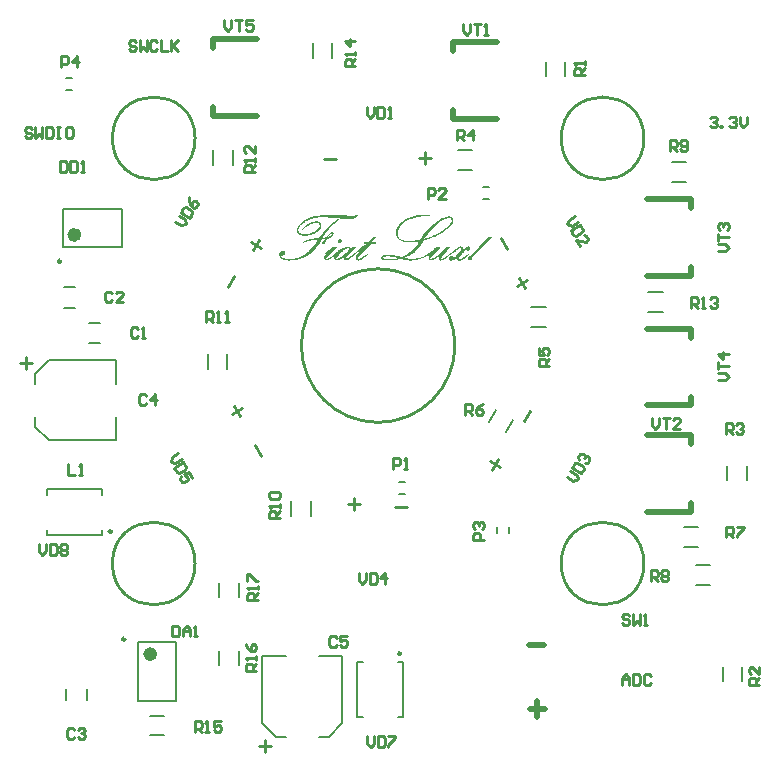
<source format=gto>
G04 Layer_Color=65535*
%FSLAX44Y44*%
%MOMM*%
G71*
G01*
G75*
%ADD31C,0.5000*%
%ADD35C,0.2540*%
%ADD39C,0.2500*%
%ADD40C,0.6000*%
%ADD41C,0.2000*%
%ADD42C,0.1270*%
G36*
X931834Y944972D02*
X931778Y944916D01*
X931667Y944805D01*
X931445Y944639D01*
X931112Y944416D01*
X930779Y944083D01*
X930334Y943750D01*
X929445Y942972D01*
X928390Y942139D01*
X927390Y941250D01*
X926501Y940417D01*
X926057Y940028D01*
X925723Y939695D01*
X925668Y939639D01*
X925446Y939361D01*
X925057Y938972D01*
X924557Y938417D01*
X923946Y937695D01*
X923168Y936750D01*
X922335Y935695D01*
X921391Y934417D01*
X921335Y934362D01*
X921280Y934251D01*
X921113Y934084D01*
X920946Y933862D01*
X920502Y933251D01*
X919946Y932473D01*
X919335Y931640D01*
X918724Y930862D01*
X918169Y930140D01*
X917724Y929529D01*
X918280D01*
X918613Y929585D01*
X919057D01*
X919557Y929640D01*
X920613Y929807D01*
X920668Y929862D01*
X920779Y929973D01*
X920946Y930196D01*
X921168Y930473D01*
X921724Y931196D01*
X922446Y932029D01*
X923279Y932806D01*
X924168Y933529D01*
X924613Y933806D01*
X925001Y934028D01*
X925446Y934140D01*
X925835Y934195D01*
X926112D01*
X926335Y934140D01*
X926668Y934028D01*
X926945Y933862D01*
X927223Y933640D01*
X927390Y933362D01*
X927446Y932917D01*
Y932862D01*
Y932695D01*
X927334Y932418D01*
X927223Y932140D01*
X927001Y931695D01*
X926723Y931307D01*
X926279Y930807D01*
X925668Y930307D01*
X925612Y930251D01*
X925335Y930085D01*
X925001Y929862D01*
X924501Y929640D01*
X923890Y929362D01*
X923224Y929085D01*
X922502Y928807D01*
X921668Y928640D01*
X921613Y928585D01*
X921502Y928362D01*
X921335Y928029D01*
X921113Y927529D01*
X920835Y926863D01*
X920613Y926029D01*
X920335Y925085D01*
X920057Y923918D01*
X917058Y923863D01*
X917113Y923974D01*
X917224Y924196D01*
X917335Y924585D01*
X917502Y924974D01*
X917724Y925418D01*
X917891Y925807D01*
X918002Y926085D01*
X918113Y926252D01*
X918169Y926307D01*
X918280Y926418D01*
X918446Y926640D01*
X918669Y926918D01*
X919002Y927307D01*
X919502Y927807D01*
X920113Y928474D01*
X920057D01*
X919780Y928418D01*
X919446Y928362D01*
X919057D01*
X918224Y928251D01*
X917835Y928196D01*
X917391D01*
X917335Y928085D01*
X917169Y927807D01*
X916947Y927363D01*
X916558Y926751D01*
X916113Y926029D01*
X915558Y925196D01*
X914947Y924307D01*
X914225Y923307D01*
X913447Y922252D01*
X912558Y921141D01*
X911614Y920030D01*
X910614Y918919D01*
X909558Y917808D01*
X908392Y916752D01*
X907225Y915808D01*
X905948Y914864D01*
X905892Y914808D01*
X905614Y914642D01*
X905281Y914419D01*
X904726Y914142D01*
X904115Y913808D01*
X903337Y913364D01*
X902448Y912975D01*
X901393Y912531D01*
X900282Y912086D01*
X899060Y911697D01*
X897726Y911309D01*
X896338Y910920D01*
X894838Y910642D01*
X893282Y910420D01*
X891671Y910253D01*
X889949Y910198D01*
X889283D01*
X888894Y910253D01*
X888505D01*
X887616Y910364D01*
X886561Y910531D01*
X885505Y910809D01*
X884505Y911142D01*
X883617Y911642D01*
X883506Y911697D01*
X883283Y911920D01*
X882950Y912253D01*
X882561Y912697D01*
X882117Y913197D01*
X881784Y913864D01*
X881561Y914586D01*
X881450Y915419D01*
Y915475D01*
Y915641D01*
X881506Y915864D01*
X881561Y916197D01*
X881673Y916530D01*
X881784Y916919D01*
X882006Y917253D01*
X882283Y917641D01*
X882339Y917697D01*
X882450Y917808D01*
X882617Y917975D01*
X882839Y918141D01*
X883172Y918308D01*
X883506Y918475D01*
X883894Y918586D01*
X884339Y918641D01*
X884505D01*
X884672Y918586D01*
X884894D01*
X885394Y918363D01*
X885672Y918252D01*
X885950Y918030D01*
X886005D01*
X886061Y917919D01*
X886283Y917641D01*
X886505Y917141D01*
X886616Y916864D01*
Y916586D01*
Y916530D01*
Y916475D01*
X886561Y916086D01*
X886339Y915586D01*
X886172Y915364D01*
X885950Y915086D01*
X885894D01*
X885839Y914975D01*
X885505Y914808D01*
X885061Y914586D01*
X884728Y914530D01*
X884450Y914475D01*
X884339D01*
X884061Y914530D01*
X883672Y914642D01*
X883172Y914864D01*
X883061Y914919D01*
X882955Y914999D01*
X883006Y914697D01*
X883117Y914364D01*
X883339Y913975D01*
X883617Y913531D01*
X884061Y913086D01*
X884617Y912642D01*
X884728Y912586D01*
X884950Y912475D01*
X885394Y912309D01*
X886005Y912086D01*
X886783Y911864D01*
X887783Y911697D01*
X889005Y911586D01*
X890394Y911531D01*
X890727D01*
X891116Y911586D01*
X891671D01*
X892338Y911697D01*
X893116Y911753D01*
X894005Y911920D01*
X894949Y912086D01*
X895949Y912309D01*
X897004Y912642D01*
X898115Y912975D01*
X899226Y913419D01*
X900337Y913920D01*
X901448Y914530D01*
X902559Y915253D01*
X903615Y916030D01*
X903670Y916086D01*
X903892Y916253D01*
X904170Y916475D01*
X904559Y916864D01*
X905059Y917308D01*
X905670Y917863D01*
X906337Y918530D01*
X907059Y919252D01*
X907836Y920086D01*
X908725Y920974D01*
X909614Y921974D01*
X910558Y923030D01*
X911503Y924196D01*
X912503Y925418D01*
X913503Y926696D01*
X914502Y928085D01*
X913558D01*
X913114Y928029D01*
X912558Y927974D01*
X911836Y927918D01*
X910947Y927807D01*
X909947Y927585D01*
X908781Y927363D01*
X908725D01*
X908614Y927307D01*
X908447D01*
X908225Y927251D01*
X907947Y927140D01*
X907559Y927085D01*
X906725Y926807D01*
X905670Y926529D01*
X904503Y926140D01*
X903226Y925696D01*
X901893Y925196D01*
X901504Y926196D01*
X901615Y926252D01*
X901837Y926307D01*
X902226Y926474D01*
X902726Y926696D01*
X903392Y926918D01*
X904115Y927196D01*
X905003Y927474D01*
X905892Y927807D01*
X906892Y928085D01*
X907892Y928362D01*
X910058Y928862D01*
X911169Y929085D01*
X912280Y929251D01*
X913391Y929307D01*
X914447Y929362D01*
X914836D01*
X914947Y929418D01*
X915002Y929529D01*
X915225Y929807D01*
X915613Y930307D01*
X916113Y930973D01*
X916724Y931806D01*
X917502Y932751D01*
X918391Y933806D01*
X919391Y934973D01*
X920502Y936195D01*
X921779Y937528D01*
X923113Y938861D01*
X924557Y940250D01*
X926168Y941694D01*
X927834Y943083D01*
X929612Y944472D01*
X931445Y945861D01*
X931834Y944972D01*
D02*
G37*
G36*
X933223Y928251D02*
X933556Y928085D01*
X933889Y927807D01*
X933945Y927751D01*
X934111Y927529D01*
X934278Y927196D01*
X934334Y926807D01*
Y926751D01*
Y926640D01*
X934278Y926307D01*
X934056Y925807D01*
X933889Y925585D01*
X933667Y925363D01*
X933612D01*
X933556Y925307D01*
X933223Y925141D01*
X932778Y924918D01*
X932278Y924863D01*
X932167D01*
X931945Y924918D01*
X931556Y925029D01*
X931223Y925307D01*
X931167Y925363D01*
X931056Y925585D01*
X930890Y925918D01*
X930834Y926363D01*
Y926418D01*
Y926474D01*
X930890Y926807D01*
X931056Y927251D01*
X931389Y927696D01*
X931445Y927751D01*
X931501Y927807D01*
X931778Y928029D01*
X932278Y928196D01*
X932556Y928307D01*
X932945D01*
X933223Y928251D01*
D02*
G37*
G36*
X1044767Y913419D02*
X1044600Y913586D01*
X1044545Y913697D01*
X1044178Y913959D01*
X1044767Y913419D01*
X1044822Y913364D01*
X1044989Y912975D01*
X1045044Y912531D01*
Y912475D01*
Y912364D01*
X1044989Y912197D01*
X1044933Y911975D01*
X1044711Y911475D01*
X1044545Y911198D01*
X1044267Y910975D01*
X1044211D01*
X1044156Y910864D01*
X1043822Y910698D01*
X1043322Y910475D01*
X1043045Y910420D01*
X1042711Y910364D01*
X1042600D01*
X1042267Y910420D01*
X1041878Y910531D01*
X1041489Y910809D01*
X1041434Y910920D01*
X1041267Y911142D01*
X1041100Y911531D01*
X1041045Y912031D01*
Y912086D01*
Y912142D01*
X1041156Y912531D01*
X1041323Y912975D01*
X1041489Y913197D01*
X1041711Y913475D01*
X1041767Y913531D01*
X1041823Y913586D01*
X1042211Y913864D01*
X1042711Y914086D01*
X1042989Y914142D01*
X1043322Y914197D01*
X1043434D01*
X1043767Y914142D01*
X1044156Y913975D01*
X1044178Y913959D01*
X1044100Y914031D01*
X1058543Y929973D01*
X1062265Y930140D01*
X1044767Y913419D01*
D02*
G37*
G36*
X959553Y925529D02*
X963386D01*
X963109Y924196D01*
X958887D01*
X949943Y914586D01*
X949888Y914530D01*
X949665Y914308D01*
X949443Y914031D01*
X949110Y913697D01*
X948777Y913308D01*
X948443Y912975D01*
X948221Y912697D01*
X948055Y912475D01*
X947999Y912420D01*
X947943Y912309D01*
X947888Y912086D01*
X947832Y911920D01*
Y911864D01*
Y911809D01*
X947943Y911586D01*
X947999D01*
X948055Y911531D01*
X948277Y911475D01*
X948388D01*
X948499Y911531D01*
X948665Y911586D01*
X948943Y911642D01*
X949277Y911753D01*
X949610Y911920D01*
X950110Y912142D01*
X950610Y912420D01*
X951221Y912809D01*
X951887Y913253D01*
X952665Y913753D01*
X953554Y914419D01*
X954498Y915142D01*
X955554Y915975D01*
X956720Y916919D01*
X957442Y916086D01*
X957387Y916030D01*
X957165Y915808D01*
X956776Y915530D01*
X956331Y915142D01*
X955776Y914697D01*
X955165Y914197D01*
X954498Y913697D01*
X953776Y913142D01*
X952221Y912031D01*
X951443Y911531D01*
X950721Y911086D01*
X949999Y910698D01*
X949332Y910420D01*
X948777Y910198D01*
X948277Y910142D01*
X948110D01*
X947943Y910198D01*
X947721Y910253D01*
X947166Y910475D01*
X946888Y910642D01*
X946666Y910864D01*
Y910920D01*
X946555Y910975D01*
X946499Y911142D01*
X946388Y911364D01*
X946166Y911864D01*
X946110Y912197D01*
X946055Y912531D01*
Y912642D01*
X946110Y912920D01*
X946221Y913364D01*
X946443Y914031D01*
X946832Y914808D01*
X947110Y915253D01*
X947388Y915697D01*
X947777Y916253D01*
X948166Y916752D01*
X948665Y917308D01*
X949221Y917919D01*
X950767Y919501D01*
X945944Y915641D01*
X945837Y915757D01*
X945777Y915697D01*
X945499Y915475D01*
X945110Y915142D01*
X944722Y914808D01*
X943777Y913975D01*
X942777Y913142D01*
X941777Y912364D01*
X940889Y911697D01*
X940555Y911420D01*
X940222Y911198D01*
X940166Y911142D01*
X940000Y911086D01*
X939722Y910920D01*
X939389Y910753D01*
X938611Y910475D01*
X938167Y910364D01*
X937833Y910309D01*
X937667D01*
X937500Y910364D01*
X937278D01*
X936833Y910586D01*
X936611Y910698D01*
X936389Y910920D01*
Y910975D01*
X936333Y911031D01*
X936167Y911364D01*
X936000Y911809D01*
X935945Y912420D01*
Y912475D01*
Y912642D01*
X936000Y912864D01*
X936056Y913197D01*
X936222Y913586D01*
X936302Y913799D01*
X936167Y913697D01*
X935722Y913308D01*
X934611Y912531D01*
X933389Y911697D01*
X932167Y910975D01*
X931612Y910698D01*
X931056Y910475D01*
X930556Y910364D01*
X930112Y910309D01*
X929945D01*
X929723Y910364D01*
X929501Y910420D01*
X929223Y910531D01*
X928945Y910642D01*
X928668Y910864D01*
X928390Y911142D01*
Y911198D01*
X928279Y911309D01*
X928223Y911475D01*
X928112Y911753D01*
X928001Y912086D01*
X927945Y912420D01*
X927834Y913308D01*
Y913364D01*
Y913475D01*
X927890Y913642D01*
Y913864D01*
X927999Y914266D01*
X927390Y913808D01*
X926723Y913308D01*
X925279Y912253D01*
X924557Y911753D01*
X923835Y911364D01*
X923168Y910975D01*
X922557Y910698D01*
X922002Y910531D01*
X921502Y910475D01*
X921335D01*
X921002Y910531D01*
X920502Y910698D01*
X920057Y911031D01*
Y911086D01*
X919946Y911142D01*
X919780Y911475D01*
X919613Y911920D01*
X919502Y912586D01*
Y912642D01*
Y912809D01*
X919557Y913031D01*
X919613Y913308D01*
X919669Y913642D01*
X919835Y914031D01*
X920002Y914475D01*
X920224Y914919D01*
X920280Y914975D01*
X920391Y915197D01*
X920668Y915530D01*
X921049Y915959D01*
X920613Y915641D01*
X919946Y916364D01*
X920002Y916419D01*
X920280Y916641D01*
X920446Y916808D01*
X920724Y917030D01*
X921002Y917308D01*
X921391Y917641D01*
X921779Y917975D01*
X922279Y918419D01*
X922835Y918863D01*
X923502Y919363D01*
X924224Y919974D01*
X925057Y920585D01*
X925946Y921308D01*
X926945Y922085D01*
X930278D01*
X921613Y912920D01*
X921557Y912864D01*
X921391Y912697D01*
X921280Y912475D01*
X921168Y912253D01*
Y912142D01*
Y912031D01*
X921224Y911864D01*
X921280D01*
X921502Y911809D01*
X921613D01*
X921835Y911864D01*
X922057Y911920D01*
X922335Y911975D01*
X922724Y912142D01*
X923168Y912309D01*
X923668Y912586D01*
X923724Y912642D01*
X923946Y912753D01*
X924390Y913031D01*
X924946Y913419D01*
X925723Y914031D01*
X926223Y914364D01*
X926723Y914753D01*
X927334Y915197D01*
X927945Y915753D01*
X928668Y916308D01*
X929445Y916919D01*
X929461Y916902D01*
X929723Y917197D01*
X930223Y917752D01*
X930834Y918252D01*
X931501Y918808D01*
X932278Y919308D01*
X932334Y919363D01*
X932501Y919419D01*
X932723Y919586D01*
X933000Y919752D01*
X933389Y919974D01*
X933834Y920197D01*
X934889Y920697D01*
X936056Y921197D01*
X937333Y921641D01*
X938556Y921974D01*
X939166Y922030D01*
X939778Y922085D01*
X940111D01*
X940444Y921974D01*
X940833Y921863D01*
X941222Y921641D01*
X941555Y921308D01*
X941777Y920863D01*
X941888Y920252D01*
Y920197D01*
Y920185D01*
X942944Y922085D01*
X946166D01*
X938556Y913364D01*
X938500Y913308D01*
X938389Y913197D01*
X938111Y912864D01*
X937778Y912364D01*
X937667Y912142D01*
X937611Y911975D01*
Y911864D01*
X937722Y911697D01*
X937778D01*
X937944Y911642D01*
X938055D01*
X938167Y911697D01*
X938333Y911753D01*
X938611Y911864D01*
X938889Y911975D01*
X939278Y912197D01*
X939722Y912475D01*
X939778Y912531D01*
X940000Y912697D01*
X940389Y912920D01*
X940944Y913364D01*
X941333Y913642D01*
X941722Y913975D01*
X942166Y914308D01*
X942722Y914753D01*
X943333Y915197D01*
X943999Y915697D01*
X944722Y916308D01*
X945499Y916919D01*
X945683Y916707D01*
X952776Y922696D01*
X955609Y924196D01*
X953276D01*
X953498Y925529D01*
X956331D01*
X960831Y930196D01*
X963886Y930362D01*
X959553Y925529D01*
D02*
G37*
G36*
X926723Y948860D02*
X928168D01*
X929001Y948805D01*
X930834Y948749D01*
X932778Y948638D01*
X934834Y948527D01*
X935111D01*
X935389Y948472D01*
X935778D01*
X936222Y948416D01*
X936778D01*
X937333Y948360D01*
X938000D01*
X939333Y948249D01*
X940722Y948194D01*
X941944Y948138D01*
X944333D01*
X944444Y948194D01*
X944666D01*
X944888Y948249D01*
X945110D01*
X945444Y948305D01*
X945944Y948416D01*
X945999D01*
X946110Y948472D01*
X946443Y948527D01*
X946499D01*
X946610Y948583D01*
X946777Y948638D01*
X946999Y948694D01*
X947055D01*
X947110Y948638D01*
X947332Y948583D01*
X947610Y948472D01*
X947777Y948416D01*
X947832Y948472D01*
X947888Y948527D01*
X947943Y948472D01*
X947888Y948360D01*
X947777Y948138D01*
X947554Y947805D01*
X947221Y947249D01*
X947166Y947194D01*
X946999Y947083D01*
X946777Y946972D01*
X946610Y946805D01*
X945777Y946361D01*
X945721Y946305D01*
X945555Y946249D01*
X945332Y946138D01*
X945055Y946027D01*
X944999D01*
X944944Y945972D01*
X944666Y945916D01*
X944221Y945750D01*
X943777Y945638D01*
X943666D01*
X943444Y945527D01*
X943111Y945472D01*
X942666Y945361D01*
X942555D01*
X942333Y945305D01*
X942000Y945250D01*
X941277D01*
X940944Y945194D01*
X939778D01*
X939166Y945250D01*
X938444Y945305D01*
X937556Y945361D01*
X936556Y945472D01*
X935445Y945583D01*
X935334D01*
X935056Y945638D01*
X934556Y945694D01*
X933834Y945750D01*
X933056Y945861D01*
X932056Y945972D01*
X930945Y946083D01*
X929723Y946194D01*
X928445Y946305D01*
X927057Y946416D01*
X925612Y946527D01*
X924057Y946638D01*
X920946Y946749D01*
X917835Y946805D01*
X916891D01*
X916447Y946749D01*
X915280D01*
X914613Y946694D01*
X913225Y946583D01*
X911780Y946361D01*
X910392Y946138D01*
X909781Y945972D01*
X909170Y945805D01*
X909114D01*
X909059Y945750D01*
X908892Y945694D01*
X908670Y945638D01*
X908114Y945416D01*
X907392Y945138D01*
X906559Y944805D01*
X905670Y944416D01*
X904726Y943916D01*
X903781Y943416D01*
X903670Y943361D01*
X903337Y943139D01*
X902893Y942861D01*
X902281Y942417D01*
X901615Y941917D01*
X900893Y941305D01*
X900115Y940639D01*
X899393Y939917D01*
X899337Y939806D01*
X899115Y939584D01*
X898837Y939195D01*
X898504Y938695D01*
X898115Y938084D01*
X897837Y937473D01*
X897615Y936806D01*
X897560Y936139D01*
Y936084D01*
Y935917D01*
X897615Y935584D01*
X897726Y935251D01*
X897893Y934862D01*
X898171Y934417D01*
X898504Y933973D01*
X899004Y933529D01*
X899060Y933473D01*
X899282Y933362D01*
X899615Y933195D01*
X900059Y933029D01*
X900615Y932806D01*
X901282Y932640D01*
X902004Y932529D01*
X902837Y932473D01*
X903281D01*
X903615Y932529D01*
X904059D01*
X904503Y932584D01*
X905059Y932695D01*
X905670Y932806D01*
X907003Y933084D01*
X908503Y933529D01*
X910058Y934140D01*
X910836Y934529D01*
X911614Y934973D01*
X911669Y935028D01*
X911780Y935084D01*
X912003Y935251D01*
X912280Y935417D01*
X912947Y935917D01*
X913725Y936584D01*
X914447Y937362D01*
X915113Y938250D01*
X915391Y938695D01*
X915613Y939195D01*
X915724Y939639D01*
X915780Y940139D01*
Y940194D01*
Y940250D01*
X915669Y940583D01*
X915502Y941028D01*
X915280Y941305D01*
X915058Y941528D01*
X915002Y941583D01*
X914947Y941639D01*
X914780Y941750D01*
X914502Y941861D01*
X914225Y941972D01*
X913891Y942028D01*
X913447Y942139D01*
X912725D01*
X912392Y942083D01*
X912003Y942028D01*
X911503Y941972D01*
X910892Y941861D01*
X910225Y941639D01*
X909503Y941417D01*
X908670Y941139D01*
X907781Y940750D01*
X906836Y940306D01*
X905892Y939750D01*
X904837Y939083D01*
X903781Y938306D01*
X902726Y937417D01*
X901615Y936417D01*
X900782Y936862D01*
X900837Y936917D01*
X900893Y937028D01*
X901059Y937195D01*
X901226Y937417D01*
X901781Y938028D01*
X902504Y938806D01*
X903392Y939584D01*
X904392Y940417D01*
X905503Y941194D01*
X906670Y941861D01*
X906725D01*
X906836Y941917D01*
X907003Y942028D01*
X907225Y942139D01*
X907559Y942250D01*
X907892Y942361D01*
X908725Y942694D01*
X909670Y942972D01*
X910725Y943250D01*
X911836Y943416D01*
X912947Y943472D01*
X913280D01*
X913614Y943416D01*
X914113Y943361D01*
X914613Y943194D01*
X915113Y943028D01*
X915613Y942750D01*
X916058Y942417D01*
X916113Y942361D01*
X916224Y942250D01*
X916391Y942028D01*
X916613Y941750D01*
X916835Y941417D01*
X917002Y941028D01*
X917113Y940583D01*
X917169Y940139D01*
Y940028D01*
X917113Y939695D01*
X917058Y939195D01*
X916835Y938584D01*
X916502Y937861D01*
X916058Y937028D01*
X915391Y936195D01*
X914947Y935806D01*
X914502Y935362D01*
X914447D01*
X914391Y935251D01*
X914225Y935139D01*
X914058Y935028D01*
X913503Y934640D01*
X912780Y934140D01*
X911891Y933640D01*
X910836Y933084D01*
X909725Y932584D01*
X908503Y932140D01*
X908447D01*
X908336Y932084D01*
X908170Y932029D01*
X907947Y931973D01*
X907337Y931806D01*
X906559Y931640D01*
X905614Y931473D01*
X904614Y931307D01*
X903615Y931196D01*
X902615Y931140D01*
X902170D01*
X901670Y931196D01*
X901059Y931307D01*
X900337Y931473D01*
X899559Y931751D01*
X898782Y932084D01*
X898004Y932529D01*
X897949Y932584D01*
X897726Y932806D01*
X897393Y933084D01*
X897060Y933473D01*
X896727Y933973D01*
X896393Y934529D01*
X896171Y935195D01*
X896115Y935917D01*
Y935973D01*
Y936084D01*
X896171Y936306D01*
X896227Y936639D01*
X896338Y937028D01*
X896449Y937473D01*
X896671Y937972D01*
X896949Y938528D01*
X897337Y939139D01*
X897782Y939806D01*
X898282Y940528D01*
X898948Y941250D01*
X899726Y942028D01*
X900615Y942805D01*
X901670Y943639D01*
X902837Y944472D01*
X902893Y944527D01*
X903170Y944639D01*
X903559Y944861D01*
X904115Y945194D01*
X904837Y945527D01*
X905781Y945861D01*
X906836Y946305D01*
X908059Y946694D01*
X909447Y947083D01*
X911058Y947527D01*
X912780Y947860D01*
X914725Y948249D01*
X916835Y948527D01*
X919113Y948749D01*
X921557Y948860D01*
X924224Y948916D01*
X926112D01*
X926723Y948860D01*
D02*
G37*
G36*
X1006382Y949027D02*
X1006993D01*
X1007659Y948971D01*
X1008493Y948916D01*
X1009381Y948805D01*
X1009270Y947583D01*
X1009159D01*
X1008882Y947638D01*
X1008493D01*
X1007993Y947694D01*
X1007382D01*
X1006715Y947749D01*
X1004771D01*
X1004326Y947694D01*
X1003827D01*
X1003215Y947638D01*
X1002549Y947583D01*
X1001771Y947527D01*
X1000882Y947416D01*
X999994Y947249D01*
X998049Y946916D01*
X995938Y946472D01*
X993716Y945805D01*
X993661D01*
X993439Y945694D01*
X993161Y945583D01*
X992772Y945472D01*
X992272Y945250D01*
X991717Y945027D01*
X991050Y944750D01*
X990383Y944416D01*
X988939Y943639D01*
X987439Y942694D01*
X985995Y941528D01*
X985328Y940917D01*
X984717Y940250D01*
X984662Y940194D01*
X984606Y940083D01*
X984440Y939917D01*
X984217Y939639D01*
X983995Y939306D01*
X983773Y938917D01*
X983217Y938028D01*
X982606Y936917D01*
X982162Y935751D01*
X981773Y934473D01*
X981718Y933806D01*
X981662Y933140D01*
Y933029D01*
X981718Y932695D01*
X981773Y932251D01*
X981940Y931640D01*
X982218Y930973D01*
X982606Y930251D01*
X983162Y929473D01*
X983940Y928751D01*
X983995D01*
X984051Y928696D01*
X984217Y928585D01*
X984384Y928474D01*
X984662Y928307D01*
X984939Y928140D01*
X985328Y927974D01*
X985773Y927807D01*
X986273Y927640D01*
X986884Y927474D01*
X987495Y927307D01*
X988217Y927140D01*
X988995Y927029D01*
X989828Y926918D01*
X990717Y926863D01*
X992439D01*
X992828Y926918D01*
X993328D01*
X993828Y926974D01*
X994438D01*
X995716Y927085D01*
X997216Y927307D01*
X998827Y927529D01*
X1000493Y927862D01*
X1000549Y927974D01*
X1000771Y928251D01*
X1001049Y928751D01*
X1001493Y929418D01*
X1002049Y930196D01*
X1002660Y931084D01*
X1003438Y932084D01*
X1004271Y933140D01*
X1005160Y934306D01*
X1006160Y935473D01*
X1007215Y936695D01*
X1008382Y937917D01*
X1009548Y939083D01*
X1010826Y940250D01*
X1012159Y941361D01*
X1013492Y942361D01*
X1013603Y942417D01*
X1013825Y942583D01*
X1014214Y942861D01*
X1014714Y943194D01*
X1015325Y943583D01*
X1016047Y944027D01*
X1016881Y944527D01*
X1017714Y945027D01*
X1019603Y945972D01*
X1020602Y946416D01*
X1021547Y946805D01*
X1022547Y947138D01*
X1023491Y947416D01*
X1024380Y947583D01*
X1025213Y947638D01*
X1025491D01*
X1025769Y947583D01*
X1026158Y947527D01*
X1026546Y947416D01*
X1027046Y947249D01*
X1027491Y947027D01*
X1027879Y946694D01*
X1027935Y946638D01*
X1028046Y946527D01*
X1028213Y946305D01*
X1028435Y946027D01*
X1028602Y945694D01*
X1028768Y945305D01*
X1028879Y944805D01*
X1028935Y944305D01*
Y944250D01*
Y944139D01*
X1028879Y943861D01*
X1028824Y943583D01*
X1028713Y943194D01*
X1028491Y942694D01*
X1028268Y942139D01*
X1027935Y941528D01*
X1027491Y940861D01*
X1026935Y940139D01*
X1026269Y939361D01*
X1025491Y938473D01*
X1024547Y937584D01*
X1023436Y936695D01*
X1022158Y935695D01*
X1020714Y934695D01*
X1020602Y934640D01*
X1020325Y934473D01*
X1019880Y934195D01*
X1019269Y933806D01*
X1018547Y933362D01*
X1017658Y932862D01*
X1016658Y932307D01*
X1015547Y931751D01*
X1014325Y931140D01*
X1012992Y930473D01*
X1011603Y929862D01*
X1010159Y929307D01*
X1008659Y928696D01*
X1007104Y928196D01*
X1005493Y927696D01*
X1003882Y927307D01*
X1003827Y927251D01*
X1003715Y927085D01*
X1003549Y926863D01*
X1003326Y926585D01*
X1003049Y926196D01*
X1002771Y925752D01*
X1002049Y924752D01*
X1001271Y923696D01*
X1000438Y922585D01*
X999660Y921585D01*
X999327Y921141D01*
X998994Y920752D01*
X998938Y920641D01*
X998716Y920419D01*
X998383Y920030D01*
X997938Y919530D01*
X997383Y918975D01*
X996716Y918308D01*
X995994Y917641D01*
X995161Y916919D01*
X995050Y916864D01*
X994772Y916641D01*
X994327Y916308D01*
X993772Y915864D01*
X993105Y915419D01*
X992328Y914919D01*
X991550Y914419D01*
X990772Y913975D01*
X990661Y913920D01*
X990439Y913808D01*
X989995Y913642D01*
X989439Y913419D01*
X988773Y913197D01*
X988050Y912975D01*
X987217Y912753D01*
X986328Y912642D01*
X986384D01*
X986551Y912586D01*
X986773D01*
X987106Y912531D01*
X987495Y912475D01*
X987939Y912364D01*
X988439Y912309D01*
X989050Y912253D01*
X990272Y912086D01*
X991606Y911920D01*
X992939Y911864D01*
X994272Y911809D01*
X994772D01*
X995383Y911864D01*
X996161Y911920D01*
X997105Y912031D01*
X998160Y912142D01*
X999382Y912364D01*
X1000605Y912642D01*
X1000660D01*
X1000771Y912697D01*
X1000938Y912753D01*
X1001216Y912809D01*
X1001493Y912920D01*
X1001882Y913086D01*
X1002827Y913475D01*
X1003938Y914031D01*
X1005160Y914808D01*
X1005882Y915253D01*
X1006548Y915753D01*
X1007271Y916308D01*
X1008048Y916919D01*
X1008471Y916464D01*
X1008493Y916475D01*
X1008604Y916641D01*
X1008826Y916808D01*
X1009381Y917308D01*
X1010048Y917919D01*
X1010770Y918586D01*
X1011492Y919197D01*
X1012159Y919808D01*
X1012659Y920252D01*
X1012714Y920308D01*
X1012881Y920419D01*
X1013103Y920641D01*
X1013381Y920919D01*
X1014159Y921474D01*
X1014936Y922085D01*
X1018269D01*
X1018214Y922030D01*
X1018103Y921808D01*
X1017881Y921474D01*
X1017658Y921085D01*
X1017325Y920585D01*
X1016936Y920086D01*
X1015992Y919030D01*
X1010104Y912975D01*
X1009993Y912864D01*
X1009770Y912642D01*
X1009548Y912364D01*
X1009437Y912142D01*
Y912031D01*
Y911920D01*
X1009548Y911753D01*
X1009659Y911697D01*
X1009881Y911642D01*
X1010048D01*
X1010326Y911697D01*
X1010659Y911809D01*
X1011104Y911975D01*
X1011603Y912253D01*
X1012270Y912586D01*
X1012992Y913031D01*
X1013103Y913086D01*
X1013381Y913253D01*
X1013770Y913531D01*
X1014270Y913920D01*
X1014881Y914308D01*
X1015547Y914808D01*
X1016825Y915808D01*
X1020991Y919474D01*
X1021047Y919530D01*
X1021103Y919641D01*
X1021269Y919863D01*
X1021547Y920141D01*
X1021880Y920530D01*
X1022269Y920974D01*
X1022824Y921474D01*
X1023436Y922085D01*
X1026880D01*
X1026824Y922030D01*
X1026713Y921919D01*
X1026491Y921641D01*
X1026269Y921363D01*
X1025935Y920974D01*
X1025546Y920585D01*
X1024713Y919586D01*
X1023769Y918475D01*
X1022769Y917364D01*
X1021825Y916308D01*
X1020991Y915364D01*
X1019214Y913419D01*
X1019158Y913364D01*
X1019047Y913197D01*
X1018880Y912975D01*
X1018658Y912697D01*
X1018269Y912197D01*
X1018158Y911975D01*
X1018103Y911809D01*
Y911753D01*
X1018158Y911697D01*
X1018269Y911586D01*
X1018492Y911531D01*
X1018658D01*
X1018880Y911586D01*
X1019214Y911697D01*
X1019603Y911809D01*
X1020103Y912031D01*
X1020658Y912364D01*
X1021269Y912753D01*
X1021380Y912809D01*
X1021602Y912975D01*
X1022047Y913308D01*
X1022602Y913753D01*
X1023380Y914308D01*
X1024269Y915031D01*
X1025380Y915919D01*
X1026602Y916919D01*
X1026776Y916719D01*
X1029602Y919252D01*
X1029713Y919308D01*
X1029990Y919530D01*
X1030379Y919863D01*
X1030824Y920197D01*
X1031935Y921030D01*
X1032435Y921363D01*
X1032879Y921641D01*
X1032935Y921696D01*
X1033046Y921752D01*
X1033268Y921863D01*
X1033546Y921974D01*
X1034268Y922196D01*
X1034657Y922308D01*
X1035212D01*
X1035379Y922252D01*
X1035601Y922196D01*
X1036101Y922030D01*
X1036379Y921808D01*
X1036656Y921585D01*
X1036712Y921530D01*
X1036768Y921474D01*
X1036879Y921308D01*
X1037045Y921141D01*
X1037323Y920530D01*
X1037378Y920197D01*
X1037434Y919808D01*
Y919697D01*
Y919474D01*
X1037323Y919197D01*
X1037212Y918863D01*
X1037267Y918919D01*
X1037323Y919030D01*
X1037434Y919197D01*
X1037601Y919419D01*
X1038045Y919919D01*
X1038601Y920585D01*
X1039267Y921197D01*
X1039934Y921752D01*
X1040323Y921919D01*
X1040712Y922085D01*
X1041045Y922196D01*
X1041434Y922252D01*
X1041711D01*
X1041989Y922196D01*
X1042322Y922030D01*
X1042600Y921863D01*
X1042878Y921585D01*
X1043100Y921197D01*
X1043156Y920641D01*
Y920585D01*
Y920530D01*
X1043100Y920141D01*
X1042878Y919641D01*
X1042711Y919419D01*
X1042489Y919141D01*
X1042378Y919030D01*
X1042100Y918863D01*
X1041656Y918641D01*
X1041434Y918586D01*
X1041156Y918530D01*
X1040989D01*
X1040767Y918586D01*
X1040545Y918697D01*
X1040323Y918863D01*
X1040100Y919086D01*
X1039989Y919363D01*
X1039934Y919808D01*
Y919919D01*
X1039978Y920094D01*
X1039767Y919919D01*
X1039434Y919641D01*
X1038989Y919252D01*
X1038545Y918752D01*
X1038045Y918252D01*
X1037490Y917641D01*
X1036879Y916919D01*
X1036823Y916864D01*
X1036712Y916752D01*
X1036601Y916530D01*
X1036379Y916308D01*
X1035823Y915641D01*
X1035268Y914864D01*
X1034657Y914031D01*
X1034101Y913197D01*
X1033879Y912864D01*
X1033768Y912531D01*
X1033657Y912309D01*
X1033601Y912086D01*
Y912031D01*
Y911975D01*
X1033657Y911809D01*
X1033768Y911642D01*
X1033823D01*
X1033934Y911586D01*
X1034101Y911531D01*
X1034268Y911475D01*
X1034323D01*
X1034601Y911531D01*
X1034990Y911697D01*
X1035601Y911920D01*
X1036379Y912364D01*
X1036879Y912697D01*
X1037434Y913031D01*
X1038045Y913475D01*
X1038712Y913975D01*
X1039434Y914530D01*
X1040212Y915197D01*
X1042378Y916919D01*
X1043100Y916086D01*
X1043045Y916030D01*
X1042878Y915919D01*
X1042656Y915697D01*
X1042322Y915419D01*
X1041989Y915086D01*
X1041545Y914697D01*
X1040545Y913864D01*
X1039489Y912975D01*
X1038490Y912142D01*
X1037990Y911753D01*
X1037545Y911475D01*
X1037101Y911198D01*
X1036768Y910975D01*
X1036712Y910920D01*
X1036490Y910864D01*
X1036212Y910698D01*
X1035823Y910586D01*
X1034934Y910253D01*
X1034490Y910198D01*
X1034101Y910142D01*
X1033934D01*
X1033823Y910198D01*
X1033601D01*
X1033046Y910364D01*
X1032490Y910698D01*
X1032435Y910753D01*
X1032379Y910809D01*
X1032268Y910920D01*
X1032157Y911142D01*
X1031990Y911364D01*
X1031879Y911697D01*
X1031824Y912031D01*
X1031768Y912475D01*
Y912531D01*
Y912586D01*
X1031824Y912920D01*
X1031879Y913253D01*
X1032046Y913586D01*
X1031935Y913475D01*
X1031712Y913197D01*
X1031379Y912809D01*
X1030935Y912364D01*
X1030435Y911864D01*
X1029935Y911364D01*
X1029491Y910975D01*
X1029046Y910698D01*
X1028990D01*
X1028879Y910586D01*
X1028657Y910531D01*
X1028380Y910420D01*
X1027713Y910253D01*
X1026991Y910142D01*
X1026824D01*
X1026657Y910198D01*
X1026491D01*
X1025991Y910364D01*
X1025491Y910642D01*
X1025380Y910753D01*
X1025213Y910975D01*
X1025046Y911364D01*
X1024935Y911920D01*
Y911975D01*
Y912086D01*
X1024991Y912253D01*
X1025046Y912475D01*
X1025269Y912975D01*
X1025435Y913253D01*
X1025658Y913531D01*
X1025713Y913586D01*
X1025769Y913642D01*
X1025935Y913753D01*
X1026158Y913920D01*
X1026657Y914197D01*
X1026935Y914253D01*
X1027269Y914308D01*
X1027380D01*
X1027546Y914253D01*
X1027879Y914142D01*
X1028157Y913920D01*
X1028213Y913864D01*
X1028380Y913697D01*
X1028546Y913419D01*
X1028602Y913086D01*
Y912975D01*
X1028546Y912697D01*
X1028380Y912364D01*
X1028046Y911975D01*
X1027935Y911920D01*
X1027713Y911753D01*
X1027491Y911626D01*
X1027657Y911697D01*
X1028213Y911975D01*
X1028546Y912142D01*
X1028935Y912420D01*
X1029324Y912697D01*
X1029768Y913086D01*
X1030268Y913531D01*
X1030824Y914031D01*
X1031435Y914642D01*
X1032046Y915308D01*
X1032101Y915364D01*
X1032212Y915475D01*
X1032379Y915697D01*
X1032601Y915919D01*
X1033157Y916586D01*
X1033823Y917419D01*
X1034434Y918252D01*
X1034990Y919086D01*
X1035212Y919530D01*
X1035379Y919863D01*
X1035490Y920197D01*
X1035545Y920474D01*
Y920530D01*
X1035490Y920752D01*
X1035323Y920919D01*
X1035045Y920974D01*
X1034934D01*
X1034768Y920919D01*
X1034546D01*
X1033990Y920697D01*
X1033712Y920585D01*
X1033323Y920363D01*
X1033268Y920308D01*
X1033157Y920252D01*
X1032879Y920086D01*
X1032546Y919808D01*
X1032046Y919474D01*
X1031435Y919030D01*
X1030713Y918419D01*
X1029879Y917752D01*
X1027046Y915641D01*
X1026940Y915757D01*
X1026880Y915697D01*
X1026546Y915419D01*
X1026158Y915086D01*
X1025713Y914697D01*
X1024713Y913808D01*
X1023602Y912920D01*
X1022547Y912086D01*
X1022047Y911753D01*
X1021602Y911420D01*
X1021214Y911142D01*
X1020880Y910975D01*
X1020825Y910920D01*
X1020658Y910864D01*
X1020380Y910753D01*
X1019992Y910586D01*
X1019214Y910309D01*
X1018825Y910253D01*
X1018436Y910198D01*
X1018325D01*
X1017936Y910253D01*
X1017492Y910475D01*
X1017214Y910586D01*
X1016992Y910809D01*
Y910864D01*
X1016881Y910920D01*
X1016714Y911253D01*
X1016547Y911753D01*
X1016436Y912420D01*
Y912531D01*
X1016492Y912809D01*
X1016603Y913253D01*
X1016825Y913864D01*
X1017158Y914586D01*
X1017381Y914956D01*
X1017270Y914864D01*
X1015214Y913197D01*
X1014159Y912420D01*
X1013159Y911753D01*
X1012215Y911142D01*
X1011326Y910698D01*
X1010492Y910420D01*
X1009826Y910309D01*
X1009715D01*
X1009326Y910364D01*
X1008882Y910531D01*
X1008382Y910864D01*
Y910920D01*
X1008270Y910975D01*
X1008104Y911309D01*
X1007882Y911809D01*
X1007826Y912142D01*
X1007770Y912531D01*
Y912642D01*
X1007826Y912864D01*
X1007882Y913253D01*
X1008048Y913753D01*
X1008270Y914308D01*
X1008604Y914975D01*
X1009104Y915697D01*
X1009156Y915759D01*
X1008993Y915641D01*
X1008646Y916017D01*
X1008493Y915864D01*
X1008159Y915586D01*
X1007659Y915197D01*
X1007048Y914753D01*
X1006326Y914253D01*
X1005493Y913753D01*
X1004549Y913197D01*
X1003438Y912642D01*
X1002215Y912086D01*
X1000938Y911586D01*
X999494Y911142D01*
X997938Y910753D01*
X996327Y910475D01*
X994605Y910253D01*
X992772Y910198D01*
X991994D01*
X991550Y910253D01*
X991050D01*
X990550Y910309D01*
X989939Y910364D01*
X988550Y910531D01*
X987050Y910809D01*
X985495Y911142D01*
X983884Y911586D01*
X983829D01*
X983717Y911531D01*
X983495Y911475D01*
X983162Y911420D01*
X982773Y911309D01*
X982329Y911198D01*
X981829Y911086D01*
X981273Y910975D01*
X980607Y910864D01*
X979940Y910753D01*
X978440Y910531D01*
X976774Y910420D01*
X974996Y910364D01*
X973941D01*
X973496Y910420D01*
X972607D01*
X971608Y910475D01*
X970608Y910586D01*
X969719Y910698D01*
X969386Y910753D01*
X969052Y910864D01*
X968997Y910920D01*
X968830Y910975D01*
X968608Y911086D01*
X968330Y911309D01*
X968052Y911531D01*
X967830Y911809D01*
X967663Y912197D01*
X967608Y912586D01*
Y912642D01*
Y912697D01*
X967719Y912975D01*
X967941Y913419D01*
X968108Y913642D01*
X968330Y913920D01*
X968663Y914142D01*
X969052Y914364D01*
X969497Y914586D01*
X970052Y914808D01*
X970719Y914975D01*
X971497Y915086D01*
X972441Y915197D01*
X974496D01*
X974996Y915142D01*
X975663Y915086D01*
X976385Y915031D01*
X977163Y914975D01*
X978051Y914864D01*
X978940Y914753D01*
X980940Y914419D01*
X983051Y913920D01*
X985217Y913308D01*
X985328Y913364D01*
X985551Y913419D01*
X985939Y913586D01*
X986495Y913808D01*
X987161Y914142D01*
X987939Y914586D01*
X988828Y915142D01*
X989828Y915808D01*
X990883Y916586D01*
X992050Y917530D01*
X993272Y918586D01*
X994550Y919808D01*
X995883Y921252D01*
X997272Y922807D01*
X998660Y924585D01*
X1000049Y926585D01*
X999994D01*
X999882Y926529D01*
X999660Y926474D01*
X999382Y926418D01*
X998994Y926363D01*
X998605Y926252D01*
X998105Y926140D01*
X997549Y926085D01*
X996272Y925863D01*
X994827Y925696D01*
X993272Y925585D01*
X991550Y925529D01*
X990939D01*
X990550Y925585D01*
X990050D01*
X989439Y925640D01*
X988773Y925752D01*
X988106Y925863D01*
X986662Y926140D01*
X985162Y926585D01*
X983829Y927196D01*
X983217Y927529D01*
X982662Y927974D01*
X982606Y928029D01*
X982551Y928085D01*
X982273Y928418D01*
X981829Y928918D01*
X981329Y929640D01*
X980829Y930473D01*
X980440Y931473D01*
X980107Y932584D01*
X980051Y933195D01*
X979996Y933806D01*
Y933862D01*
Y934084D01*
X980051Y934473D01*
X980107Y934917D01*
X980218Y935528D01*
X980385Y936195D01*
X980607Y936917D01*
X980940Y937750D01*
X981329Y938639D01*
X981829Y939528D01*
X982440Y940417D01*
X983162Y941361D01*
X984051Y942250D01*
X985051Y943194D01*
X986217Y944027D01*
X987550Y944861D01*
X987662Y944916D01*
X987884Y945027D01*
X988328Y945250D01*
X988884Y945527D01*
X989606Y945861D01*
X990495Y946194D01*
X991494Y946583D01*
X992605Y946972D01*
X993828Y947361D01*
X995161Y947749D01*
X996661Y948083D01*
X998216Y948416D01*
X999827Y948694D01*
X1001549Y948916D01*
X1003326Y949027D01*
X1005215Y949082D01*
X1005882D01*
X1006382Y949027D01*
D02*
G37*
%LPC*%
G36*
X925946Y932862D02*
X925612D01*
X925335Y932751D01*
X925057Y932584D01*
X924779Y932418D01*
X924446Y932140D01*
X924057Y931806D01*
X924001Y931751D01*
X923890Y931640D01*
X923668Y931418D01*
X923390Y931196D01*
X922779Y930640D01*
X922113Y930085D01*
X922168D01*
X922279Y930140D01*
X922502Y930196D01*
X922779Y930307D01*
X923168Y930418D01*
X923557Y930640D01*
X924057Y930862D01*
X924557Y931196D01*
X924613Y931251D01*
X924779Y931362D01*
X925001Y931529D01*
X925279Y931751D01*
X925557Y932029D01*
X925779Y932251D01*
X925946Y932529D01*
X926001Y932806D01*
X925946Y932862D01*
D02*
G37*
G36*
X940000Y920752D02*
X939666D01*
X939389Y920697D01*
X938944Y920530D01*
X938278Y920308D01*
X937389Y919863D01*
X936889Y919530D01*
X936333Y919197D01*
X935778Y918752D01*
X935111Y918252D01*
X934389Y917697D01*
X933667Y917030D01*
X933612Y916975D01*
X933500Y916864D01*
X933278Y916697D01*
X933056Y916419D01*
X932389Y915808D01*
X931667Y915031D01*
X930890Y914197D01*
X930223Y913419D01*
X930001Y913031D01*
X929779Y912642D01*
X929668Y912364D01*
X929612Y912086D01*
Y911975D01*
X929723Y911753D01*
X929779D01*
X929834Y911697D01*
X930167Y911642D01*
X930278D01*
X930445Y911697D01*
X930667Y911753D01*
X931001Y911864D01*
X931389Y912031D01*
X931889Y912253D01*
X932445Y912531D01*
X932501Y912586D01*
X932723Y912697D01*
X933112Y912920D01*
X933612Y913253D01*
X934223Y913697D01*
X934889Y914197D01*
X935722Y914864D01*
X936611Y915586D01*
X936667D01*
X936722Y915697D01*
X937000Y915919D01*
X937445Y916308D01*
X937944Y916808D01*
X938500Y917308D01*
X939000Y917808D01*
X939444Y918252D01*
X939778Y918641D01*
X939833Y918697D01*
X939889Y918808D01*
X940000Y918975D01*
X940111Y919197D01*
X940333Y919752D01*
X940444Y920030D01*
Y920308D01*
Y920363D01*
X940389Y920530D01*
X940166Y920697D01*
X940000Y920752D01*
D02*
G37*
G36*
X973107Y913697D02*
X972496D01*
X971830Y913642D01*
X971108Y913586D01*
X970386Y913419D01*
X969719Y913253D01*
X969497Y913142D01*
X969275Y912975D01*
X969163Y912809D01*
X969108Y912642D01*
Y912586D01*
X969219Y912475D01*
X969330Y912364D01*
X969441Y912253D01*
X969663Y912142D01*
X969941Y912031D01*
X969997D01*
X970163Y911975D01*
X970441Y911920D01*
X970941Y911864D01*
X971219Y911809D01*
X971608D01*
X971996Y911753D01*
X972996D01*
X973607Y911697D01*
X976329D01*
X976774Y911753D01*
X977885D01*
X979162Y911809D01*
X980440Y911920D01*
X981662Y912031D01*
X982218Y912086D01*
X982718Y912197D01*
X982662D01*
X982495Y912253D01*
X982162Y912364D01*
X981773Y912420D01*
X981273Y912531D01*
X980718Y912697D01*
X980107Y912809D01*
X979385Y912975D01*
X977885Y913197D01*
X976274Y913475D01*
X974663Y913642D01*
X973107Y913697D01*
D02*
G37*
G36*
X1025158Y946305D02*
X1024880D01*
X1024713Y946249D01*
X1024158Y946194D01*
X1023380Y946027D01*
X1022491Y945750D01*
X1021380Y945305D01*
X1020158Y944750D01*
X1018769Y943972D01*
X1018714D01*
X1018603Y943861D01*
X1018381Y943750D01*
X1018103Y943528D01*
X1017769Y943305D01*
X1017381Y943028D01*
X1016881Y942639D01*
X1016381Y942250D01*
X1015770Y941750D01*
X1015159Y941250D01*
X1014492Y940695D01*
X1013825Y940028D01*
X1013103Y939361D01*
X1012381Y938584D01*
X1011603Y937806D01*
X1010826Y936917D01*
X1010770Y936862D01*
X1010659Y936695D01*
X1010437Y936473D01*
X1010159Y936139D01*
X1009770Y935695D01*
X1009381Y935251D01*
X1008937Y934695D01*
X1008437Y934140D01*
X1007437Y932806D01*
X1006326Y931418D01*
X1005271Y930029D01*
X1004326Y928640D01*
X1004437Y928696D01*
X1004715Y928751D01*
X1005215Y928918D01*
X1005882Y929085D01*
X1006659Y929362D01*
X1007604Y929640D01*
X1008659Y930029D01*
X1009826Y930473D01*
X1011048Y930973D01*
X1012326Y931529D01*
X1013659Y932140D01*
X1015048Y932806D01*
X1016436Y933529D01*
X1017825Y934362D01*
X1019214Y935195D01*
X1020547Y936139D01*
X1020602Y936195D01*
X1020825Y936362D01*
X1021214Y936639D01*
X1021658Y936973D01*
X1022158Y937417D01*
X1022769Y937917D01*
X1023380Y938528D01*
X1024047Y939139D01*
X1025324Y940472D01*
X1025935Y941139D01*
X1026435Y941861D01*
X1026880Y942528D01*
X1027269Y943194D01*
X1027491Y943861D01*
X1027546Y944472D01*
Y944527D01*
Y944583D01*
X1027435Y944916D01*
X1027269Y945305D01*
X1027046Y945527D01*
X1026824Y945750D01*
X1026768D01*
X1026713Y945861D01*
X1026380Y946027D01*
X1025824Y946194D01*
X1025158Y946305D01*
D02*
G37*
%LPD*%
D31*
X1192500Y762500D02*
X1230000D01*
Y755000D02*
Y762500D01*
Y697500D02*
Y705000D01*
X1192500Y697500D02*
X1230000D01*
X1192500Y852500D02*
X1230000D01*
Y845000D02*
Y852500D01*
Y787500D02*
Y795000D01*
X1192500Y787500D02*
X1230000D01*
X825000Y1032500D02*
X862500Y1032500D01*
X825000Y1032500D02*
Y1040000D01*
Y1090000D02*
Y1097500D01*
X862500D01*
X1028250Y1030000D02*
X1065750D01*
X1028250D02*
Y1037500D01*
Y1087500D02*
Y1095000D01*
X1065750D01*
X1192500Y962500D02*
X1230000D01*
Y955000D02*
Y962500D01*
Y897500D02*
Y905000D01*
X1192500Y897500D02*
X1230000D01*
X1106000Y585003D02*
X1092671D01*
X1100003Y524000D02*
Y537329D01*
X1093339Y530664D02*
X1106668D01*
D35*
X1030200Y838200D02*
G03*
X1030200Y838200I-65000J0D01*
G01*
X1190200Y653700D02*
G03*
X1190200Y653700I-35000J0D01*
G01*
X810200D02*
G03*
X810200Y653700I-35000J0D01*
G01*
X1190200Y1013700D02*
G03*
X1190200Y1013700I-35000J0D01*
G01*
X810200D02*
G03*
X810200Y1013700I-35000J0D01*
G01*
X1054750Y673750D02*
X1045753D01*
Y678249D01*
X1047252Y679748D01*
X1050251D01*
X1051751Y678249D01*
Y673750D01*
X1047252Y682747D02*
X1045753Y684247D01*
Y687246D01*
X1047252Y688745D01*
X1048752D01*
X1050251Y687246D01*
Y685746D01*
Y687246D01*
X1051751Y688745D01*
X1053251D01*
X1054750Y687246D01*
Y684247D01*
X1053251Y682747D01*
X697000Y1074000D02*
Y1082997D01*
X701498D01*
X702998Y1081498D01*
Y1078499D01*
X701498Y1076999D01*
X697000D01*
X710496Y1074000D02*
Y1082997D01*
X705997Y1078499D01*
X711995D01*
X1124958Y726749D02*
X1130153Y723749D01*
X1134249Y724847D01*
X1133152Y728944D01*
X1127957Y731943D01*
X1129457Y734540D02*
X1137249Y730042D01*
X1139498Y733938D01*
X1138949Y735986D01*
X1133755Y738985D01*
X1131706Y738436D01*
X1129457Y734540D01*
X1135254Y741582D02*
X1134705Y743631D01*
X1136205Y746228D01*
X1138253Y746777D01*
X1139552Y746027D01*
X1140100Y743979D01*
X1139351Y742680D01*
X1140100Y743979D01*
X1142149Y744527D01*
X1143447Y743778D01*
X1143996Y741729D01*
X1142497Y739132D01*
X1140449Y738583D01*
X835000Y1113747D02*
Y1107749D01*
X837999Y1104750D01*
X840998Y1107749D01*
Y1113747D01*
X843997D02*
X849995D01*
X846996D01*
Y1104750D01*
X858992Y1113747D02*
X852994D01*
Y1109249D01*
X855993Y1110748D01*
X857493D01*
X858992Y1109249D01*
Y1106249D01*
X857493Y1104750D01*
X854494D01*
X852994Y1106249D01*
X1253003Y809000D02*
X1259001D01*
X1262000Y811999D01*
X1259001Y814998D01*
X1253003D01*
Y817997D02*
Y823995D01*
Y820996D01*
X1262000D01*
Y831493D02*
X1253003D01*
X1257501Y826994D01*
Y832992D01*
X1253003Y918000D02*
X1259001D01*
X1262000Y920999D01*
X1259001Y923998D01*
X1253003D01*
Y926997D02*
Y932995D01*
Y929996D01*
X1262000D01*
X1254502Y935994D02*
X1253003Y937494D01*
Y940493D01*
X1254502Y941992D01*
X1256002D01*
X1257501Y940493D01*
Y938993D01*
Y940493D01*
X1259001Y941992D01*
X1260500D01*
X1262000Y940493D01*
Y937494D01*
X1260500Y935994D01*
X1197000Y776997D02*
Y770999D01*
X1199999Y768000D01*
X1202998Y770999D01*
Y776997D01*
X1205997D02*
X1211995D01*
X1208996D01*
Y768000D01*
X1220992D02*
X1214994D01*
X1220992Y773998D01*
Y775498D01*
X1219493Y776997D01*
X1216494D01*
X1214994Y775498D01*
X1037000Y1110497D02*
Y1104499D01*
X1039999Y1101500D01*
X1042998Y1104499D01*
Y1110497D01*
X1045997D02*
X1051995D01*
X1048996D01*
Y1101500D01*
X1054994D02*
X1057993D01*
X1056494D01*
Y1110497D01*
X1054994Y1108998D01*
X678000Y669997D02*
Y663999D01*
X680999Y661000D01*
X683998Y663999D01*
Y669997D01*
X686997D02*
Y661000D01*
X691496D01*
X692995Y662499D01*
Y668498D01*
X691496Y669997D01*
X686997D01*
X695994Y668498D02*
X697494Y669997D01*
X700493D01*
X701992Y668498D01*
Y666998D01*
X700493Y665499D01*
X701992Y663999D01*
Y662499D01*
X700493Y661000D01*
X697494D01*
X695994Y662499D01*
Y663999D01*
X697494Y665499D01*
X695994Y666998D01*
Y668498D01*
X697494Y665499D02*
X700493D01*
X955750Y507247D02*
Y501249D01*
X958749Y498250D01*
X961748Y501249D01*
Y507247D01*
X964747D02*
Y498250D01*
X969246D01*
X970745Y499749D01*
Y505748D01*
X969246Y507247D01*
X964747D01*
X973744D02*
X979742D01*
Y505748D01*
X973744Y499749D01*
Y498250D01*
X863500Y622750D02*
X854503D01*
Y627249D01*
X856002Y628748D01*
X859001D01*
X860501Y627249D01*
Y622750D01*
Y625749D02*
X863500Y628748D01*
Y631747D02*
Y634746D01*
Y633247D01*
X854503D01*
X856002Y631747D01*
X854503Y639245D02*
Y645243D01*
X856002D01*
X862001Y639245D01*
X863500D01*
X862000Y563000D02*
X853003D01*
Y567499D01*
X854502Y568998D01*
X857502D01*
X859001Y567499D01*
Y563000D01*
Y565999D02*
X862000Y568998D01*
Y571997D02*
Y574996D01*
Y573497D01*
X853003D01*
X854502Y571997D01*
X853003Y585493D02*
X854502Y582494D01*
X857502Y579495D01*
X860500D01*
X862000Y580994D01*
Y583993D01*
X860500Y585493D01*
X859001D01*
X857502Y583993D01*
Y579495D01*
X809707Y510981D02*
Y519978D01*
X814205D01*
X815705Y518479D01*
Y515480D01*
X814205Y513980D01*
X809707D01*
X812706D02*
X815705Y510981D01*
X818704D02*
X821703D01*
X820204D01*
Y519978D01*
X818704Y518479D01*
X832200Y519978D02*
X826202D01*
Y515480D01*
X829201Y516979D01*
X830700D01*
X832200Y515480D01*
Y512481D01*
X830700Y510981D01*
X827701D01*
X826202Y512481D01*
X946000Y1075000D02*
X937003D01*
Y1079499D01*
X938502Y1080998D01*
X941501D01*
X943001Y1079499D01*
Y1075000D01*
Y1077999D02*
X946000Y1080998D01*
Y1083997D02*
Y1086996D01*
Y1085497D01*
X937003D01*
X938502Y1083997D01*
X946000Y1095993D02*
X937003D01*
X941501Y1091495D01*
Y1097493D01*
X1230000Y870000D02*
Y878997D01*
X1234499D01*
X1235998Y877498D01*
Y874499D01*
X1234499Y872999D01*
X1230000D01*
X1232999D02*
X1235998Y870000D01*
X1238997D02*
X1241996D01*
X1240497D01*
Y878997D01*
X1238997Y877498D01*
X1246495D02*
X1247994Y878997D01*
X1250993D01*
X1252493Y877498D01*
Y875998D01*
X1250993Y874499D01*
X1249494D01*
X1250993D01*
X1252493Y872999D01*
Y871499D01*
X1250993Y870000D01*
X1247994D01*
X1246495Y871499D01*
X861000Y985000D02*
X852003D01*
Y989499D01*
X853502Y990998D01*
X856501D01*
X858001Y989499D01*
Y985000D01*
Y987999D02*
X861000Y990998D01*
Y993997D02*
Y996996D01*
Y995497D01*
X852003D01*
X853502Y993997D01*
X861000Y1007493D02*
Y1001495D01*
X855002Y1007493D01*
X853502D01*
X852003Y1005993D01*
Y1002994D01*
X853502Y1001495D01*
X819440Y858124D02*
Y867121D01*
X823939D01*
X825438Y865622D01*
Y862623D01*
X823939Y861123D01*
X819440D01*
X822439D02*
X825438Y858124D01*
X828437D02*
X831436D01*
X829937D01*
Y867121D01*
X828437Y865622D01*
X835935Y858124D02*
X838934D01*
X837434D01*
Y867121D01*
X835935Y865622D01*
X881750Y692000D02*
X872753D01*
Y696499D01*
X874252Y697998D01*
X877252D01*
X878751Y696499D01*
Y692000D01*
Y694999D02*
X881750Y697998D01*
Y700997D02*
Y703996D01*
Y702497D01*
X872753D01*
X874252Y700997D01*
Y708495D02*
X872753Y709994D01*
Y712993D01*
X874252Y714493D01*
X880250D01*
X881750Y712993D01*
Y709994D01*
X880250Y708495D01*
X874252D01*
X1212000Y1003000D02*
Y1011997D01*
X1216499D01*
X1217998Y1010498D01*
Y1007499D01*
X1216499Y1005999D01*
X1212000D01*
X1214999D02*
X1217998Y1003000D01*
X1220997Y1004500D02*
X1222497Y1003000D01*
X1225496D01*
X1226995Y1004500D01*
Y1010498D01*
X1225496Y1011997D01*
X1222497D01*
X1220997Y1010498D01*
Y1008998D01*
X1222497Y1007499D01*
X1226995D01*
X1196000Y639000D02*
Y647997D01*
X1200499D01*
X1201998Y646498D01*
Y643499D01*
X1200499Y641999D01*
X1196000D01*
X1198999D02*
X1201998Y639000D01*
X1204997Y646498D02*
X1206497Y647997D01*
X1209496D01*
X1210995Y646498D01*
Y644998D01*
X1209496Y643499D01*
X1210995Y641999D01*
Y640499D01*
X1209496Y639000D01*
X1206497D01*
X1204997Y640499D01*
Y641999D01*
X1206497Y643499D01*
X1204997Y644998D01*
Y646498D01*
X1206497Y643499D02*
X1209496D01*
X1260000Y676000D02*
Y684997D01*
X1264499D01*
X1265998Y683498D01*
Y680499D01*
X1264499Y678999D01*
X1260000D01*
X1262999D02*
X1265998Y676000D01*
X1268997Y684997D02*
X1274995D01*
Y683498D01*
X1268997Y677499D01*
Y676000D01*
X1039000Y779750D02*
Y788747D01*
X1043499D01*
X1044998Y787248D01*
Y784249D01*
X1043499Y782749D01*
X1039000D01*
X1041999D02*
X1044998Y779750D01*
X1053995Y788747D02*
X1050996Y787248D01*
X1047997Y784249D01*
Y781249D01*
X1049497Y779750D01*
X1052496D01*
X1053995Y781249D01*
Y782749D01*
X1052496Y784249D01*
X1047997D01*
X1110000Y821250D02*
X1101003D01*
Y825749D01*
X1102502Y827248D01*
X1105501D01*
X1107001Y825749D01*
Y821250D01*
Y824249D02*
X1110000Y827248D01*
X1101003Y836245D02*
Y830247D01*
X1105501D01*
X1104002Y833246D01*
Y834746D01*
X1105501Y836245D01*
X1108501D01*
X1110000Y834746D01*
Y831747D01*
X1108501Y830247D01*
X1031750Y1012000D02*
Y1020997D01*
X1036249D01*
X1037748Y1019498D01*
Y1016499D01*
X1036249Y1014999D01*
X1031750D01*
X1034749D02*
X1037748Y1012000D01*
X1045246D02*
Y1020997D01*
X1040747Y1016499D01*
X1046745D01*
X1259290Y763386D02*
Y772383D01*
X1263789D01*
X1265288Y770883D01*
Y767885D01*
X1263789Y766385D01*
X1259290D01*
X1262289D02*
X1265288Y763386D01*
X1268287Y770883D02*
X1269787Y772383D01*
X1272786D01*
X1274285Y770883D01*
Y769384D01*
X1272786Y767885D01*
X1271286D01*
X1272786D01*
X1274285Y766385D01*
Y764885D01*
X1272786Y763386D01*
X1269787D01*
X1268287Y764885D01*
X1288000Y551000D02*
X1279003D01*
Y555499D01*
X1280502Y556998D01*
X1283501D01*
X1285001Y555499D01*
Y551000D01*
Y553999D02*
X1288000Y556998D01*
Y565995D02*
Y559997D01*
X1282002Y565995D01*
X1280502D01*
X1279003Y564496D01*
Y561497D01*
X1280502Y559997D01*
X1140000Y1067000D02*
X1131003D01*
Y1071498D01*
X1132502Y1072998D01*
X1135501D01*
X1137001Y1071498D01*
Y1067000D01*
Y1069999D02*
X1140000Y1072998D01*
Y1075997D02*
Y1078996D01*
Y1077497D01*
X1131003D01*
X1132502Y1075997D01*
X702750Y737997D02*
Y729000D01*
X708748D01*
X711747D02*
X714746D01*
X713247D01*
Y737997D01*
X711747Y736498D01*
X695558Y994277D02*
Y985280D01*
X700057D01*
X701556Y986779D01*
Y992778D01*
X700057Y994277D01*
X695558D01*
X704555D02*
Y985280D01*
X709054D01*
X710553Y986779D01*
Y992778D01*
X709054Y994277D01*
X704555D01*
X713552Y985280D02*
X716551D01*
X715052D01*
Y994277D01*
X713552Y992778D01*
X791000Y600997D02*
Y592000D01*
X795499D01*
X796998Y593499D01*
Y599498D01*
X795499Y600997D01*
X791000D01*
X799997Y592000D02*
Y597998D01*
X802996Y600997D01*
X805995Y597998D01*
Y592000D01*
Y596499D01*
X799997D01*
X808994Y592000D02*
X811993D01*
X810494D01*
Y600997D01*
X808994Y599498D01*
X929998Y590748D02*
X928499Y592247D01*
X925499D01*
X924000Y590748D01*
Y584749D01*
X925499Y583250D01*
X928499D01*
X929998Y584749D01*
X938995Y592247D02*
X932997D01*
Y587749D01*
X935996Y589248D01*
X937496D01*
X938995Y587749D01*
Y584749D01*
X937496Y583250D01*
X934497D01*
X932997Y584749D01*
X768998Y795498D02*
X767498Y796997D01*
X764500D01*
X763000Y795498D01*
Y789500D01*
X764500Y788000D01*
X767498D01*
X768998Y789500D01*
X776496Y788000D02*
Y796997D01*
X771997Y792498D01*
X777995D01*
X707998Y512998D02*
X706498Y514497D01*
X703500D01*
X702000Y512998D01*
Y507000D01*
X703500Y505500D01*
X706498D01*
X707998Y507000D01*
X710997Y512998D02*
X712497Y514497D01*
X715496D01*
X716995Y512998D01*
Y511498D01*
X715496Y509999D01*
X713996D01*
X715496D01*
X716995Y508499D01*
Y507000D01*
X715496Y505500D01*
X712497D01*
X710997Y507000D01*
X739998Y882497D02*
X738499Y883997D01*
X735499D01*
X734000Y882497D01*
Y876499D01*
X735499Y875000D01*
X738499D01*
X739998Y876499D01*
X748995Y875000D02*
X742997D01*
X748995Y880998D01*
Y882497D01*
X747496Y883997D01*
X744497D01*
X742997Y882497D01*
X761998Y852498D02*
X760499Y853997D01*
X757499D01*
X756000Y852498D01*
Y846499D01*
X757499Y845000D01*
X760499D01*
X761998Y846499D01*
X764997Y845000D02*
X767996D01*
X766497D01*
Y853997D01*
X764997Y852498D01*
X955492Y1039922D02*
Y1033924D01*
X958491Y1030925D01*
X961490Y1033924D01*
Y1039922D01*
X964489D02*
Y1030925D01*
X968987D01*
X970487Y1032425D01*
Y1038423D01*
X968987Y1039922D01*
X964489D01*
X973486Y1030925D02*
X976485D01*
X974985D01*
Y1039922D01*
X973486Y1038423D01*
X1131610Y947960D02*
X1126416Y944961D01*
X1125318Y940864D01*
X1129415Y939767D01*
X1134609Y942766D01*
X1136109Y940168D02*
X1128317Y935670D01*
X1130566Y931774D01*
X1132615Y931225D01*
X1137809Y934224D01*
X1138358Y936273D01*
X1136109Y940168D01*
X1135815Y922684D02*
X1132816Y927878D01*
X1141009Y925683D01*
X1142308Y926432D01*
X1142857Y928481D01*
X1141357Y931078D01*
X1139309Y931627D01*
X948918Y645528D02*
Y639530D01*
X951917Y636531D01*
X954916Y639530D01*
Y645528D01*
X957915D02*
Y636531D01*
X962414D01*
X963913Y638031D01*
Y644029D01*
X962414Y645528D01*
X957915D01*
X971411Y636531D02*
Y645528D01*
X966912Y641030D01*
X972910D01*
X795714Y747017D02*
X790520Y744018D01*
X789422Y739921D01*
X793519Y738824D01*
X798713Y741823D01*
X800213Y739225D02*
X792421Y734727D01*
X794670Y730831D01*
X796719Y730282D01*
X801913Y733281D01*
X802462Y735330D01*
X800213Y739225D01*
X807710Y726239D02*
X804711Y731434D01*
X800816Y729184D01*
X803614Y727337D01*
X804363Y726038D01*
X803815Y723990D01*
X801217Y722490D01*
X799169Y723039D01*
X797670Y725637D01*
X798218Y727685D01*
X793458Y942999D02*
X798653Y939999D01*
X802749Y941097D01*
X801652Y945194D01*
X796457Y948193D01*
X797957Y950790D02*
X805749Y946292D01*
X807998Y950188D01*
X807449Y952236D01*
X802254Y955235D01*
X800206Y954686D01*
X797957Y950790D01*
X805454Y963776D02*
X805254Y960429D01*
X806351Y956333D01*
X808949Y954833D01*
X810997Y955382D01*
X812496Y957979D01*
X811947Y960028D01*
X810649Y960777D01*
X808600Y960229D01*
X806351Y956333D01*
X1177998Y609498D02*
X1176498Y610997D01*
X1173500D01*
X1172000Y609498D01*
Y607998D01*
X1173500Y606498D01*
X1176498D01*
X1177998Y604999D01*
Y603499D01*
X1176498Y602000D01*
X1173500D01*
X1172000Y603499D01*
X1180997Y610997D02*
Y602000D01*
X1183996Y604999D01*
X1186995Y602000D01*
Y610997D01*
X1189994Y602000D02*
X1192993D01*
X1191494D01*
Y610997D01*
X1189994Y609498D01*
X978000Y734000D02*
Y742997D01*
X982498D01*
X983998Y741498D01*
Y738499D01*
X982498Y736999D01*
X978000D01*
X986997Y734000D02*
X989996D01*
X988497D01*
Y742997D01*
X986997Y741498D01*
X1007250Y962712D02*
Y971709D01*
X1011749D01*
X1013248Y970210D01*
Y967211D01*
X1011749Y965711D01*
X1007250D01*
X1022245Y962712D02*
X1016247D01*
X1022245Y968710D01*
Y970210D01*
X1020746Y971709D01*
X1017747D01*
X1016247Y970210D01*
X1246000Y1030498D02*
X1247499Y1031997D01*
X1250499D01*
X1251998Y1030498D01*
Y1028998D01*
X1250499Y1027499D01*
X1248999D01*
X1250499D01*
X1251998Y1025999D01*
Y1024500D01*
X1250499Y1023000D01*
X1247499D01*
X1246000Y1024500D01*
X1254997Y1023000D02*
Y1024500D01*
X1256497D01*
Y1023000D01*
X1254997D01*
X1262495Y1030498D02*
X1263994Y1031997D01*
X1266993D01*
X1268493Y1030498D01*
Y1028998D01*
X1266993Y1027499D01*
X1265494D01*
X1266993D01*
X1268493Y1025999D01*
Y1024500D01*
X1266993Y1023000D01*
X1263994D01*
X1262495Y1024500D01*
X1271492Y1031997D02*
Y1025999D01*
X1274491Y1023000D01*
X1277490Y1025999D01*
Y1031997D01*
X1172000Y551000D02*
Y556998D01*
X1174999Y559997D01*
X1177998Y556998D01*
Y551000D01*
Y555499D01*
X1172000D01*
X1180997Y559997D02*
Y551000D01*
X1185496D01*
X1186995Y552500D01*
Y558498D01*
X1185496Y559997D01*
X1180997D01*
X1195992Y558498D02*
X1194493Y559997D01*
X1191494D01*
X1189994Y558498D01*
Y552500D01*
X1191494Y551000D01*
X1194493D01*
X1195992Y552500D01*
X671998Y1021498D02*
X670499Y1022997D01*
X667499D01*
X666000Y1021498D01*
Y1019998D01*
X667499Y1018499D01*
X670499D01*
X671998Y1016999D01*
Y1015499D01*
X670499Y1014000D01*
X667499D01*
X666000Y1015499D01*
X674997Y1022997D02*
Y1014000D01*
X677996Y1016999D01*
X680995Y1014000D01*
Y1022997D01*
X683994D02*
Y1014000D01*
X688493D01*
X689992Y1015499D01*
Y1021498D01*
X688493Y1022997D01*
X683994D01*
X692991D02*
X695990D01*
X694491D01*
Y1014000D01*
X692991D01*
X695990D01*
X704987Y1022997D02*
X701988D01*
X700489Y1021498D01*
Y1015499D01*
X701988Y1014000D01*
X704987D01*
X706487Y1015499D01*
Y1021498D01*
X704987Y1022997D01*
X760159Y1095194D02*
X758660Y1096694D01*
X755661D01*
X754161Y1095194D01*
Y1093695D01*
X755661Y1092195D01*
X758660D01*
X760159Y1090696D01*
Y1089196D01*
X758660Y1087697D01*
X755661D01*
X754161Y1089196D01*
X763158Y1096694D02*
Y1087697D01*
X766157Y1090696D01*
X769156Y1087697D01*
Y1096694D01*
X778153Y1095194D02*
X776654Y1096694D01*
X773655D01*
X772155Y1095194D01*
Y1089196D01*
X773655Y1087697D01*
X776654D01*
X778153Y1089196D01*
X781152Y1096694D02*
Y1087697D01*
X787150D01*
X790150Y1096694D02*
Y1087697D01*
Y1090696D01*
X796148Y1096694D01*
X791649Y1092195D01*
X796148Y1087697D01*
X1094097Y782941D02*
X1089019Y774145D01*
X1066597Y741941D02*
X1061519Y733145D01*
X1068456Y735004D02*
X1059660Y740082D01*
X837653Y888059D02*
X842731Y896855D01*
X859403Y919059D02*
X864481Y927855D01*
X857544Y925996D02*
X866340Y920918D01*
X866403Y744941D02*
X861325Y753737D01*
X848153Y778441D02*
X843075Y787237D01*
X841216Y780300D02*
X850012Y785378D01*
X989500Y701882D02*
X979343D01*
X950000Y704382D02*
X939843D01*
X944922Y699304D02*
Y709461D01*
X1069597Y929059D02*
X1074675Y920263D01*
X1084597Y895559D02*
X1089675Y886763D01*
X1091534Y893700D02*
X1082738Y888622D01*
X919200Y995888D02*
X929357D01*
X1000200Y996888D02*
X1010357D01*
X1005278Y1001966D02*
Y991809D01*
X874330Y499092D02*
X864173D01*
X869252Y494014D02*
Y504171D01*
X667093Y818670D02*
Y828827D01*
X662014Y823748D02*
X672171D01*
D39*
X696700Y909500D02*
G03*
X696700Y909500I-1250J0D01*
G01*
X739750Y680750D02*
G03*
X739750Y680750I-1250J0D01*
G01*
X751000Y589550D02*
G03*
X751000Y589550I-1250J0D01*
G01*
X984500Y577500D02*
G03*
X984500Y577500I-1250J0D01*
G01*
D40*
X711000Y932000D02*
G03*
X711000Y932000I-3000J0D01*
G01*
X775250Y577000D02*
G03*
X775250Y577000I-3000J0D01*
G01*
D41*
X1273250Y554000D02*
Y566000D01*
X1256750Y554000D02*
Y566000D01*
X1234500Y635750D02*
X1246500D01*
X1234500Y652250D02*
X1246500D01*
X1224000Y684250D02*
X1236000D01*
X1224000Y667750D02*
X1236000D01*
X1194000Y883250D02*
X1206000D01*
X1194000Y866750D02*
X1206000D01*
X1214000Y993250D02*
X1226000D01*
X1214000Y976750D02*
X1226000D01*
X821000Y818750D02*
Y830750D01*
X837500Y818750D02*
Y830750D01*
X698000Y922000D02*
X748000D01*
X698000Y954000D02*
X748000D01*
X698000Y922000D02*
Y954000D01*
X748000Y922000D02*
Y954000D01*
X1277250Y724000D02*
Y736000D01*
X1260750Y724000D02*
Y736000D01*
X935000Y518500D02*
Y575000D01*
X915000D02*
X935000D01*
X867000D02*
X887000D01*
X867000Y518500D02*
Y575000D01*
X915000Y507000D02*
X923500D01*
X935000Y518500D01*
X867000D02*
X878500Y507000D01*
X887000D01*
X685000Y711750D02*
Y716500D01*
X731000Y711750D02*
Y716500D01*
X685000Y677500D02*
Y682250D01*
X731000Y677500D02*
Y682250D01*
X685000Y716500D02*
X731000D01*
X685000Y677500D02*
X731000D01*
X701250Y538500D02*
Y547500D01*
X718750Y538500D02*
Y547500D01*
X762250Y537000D02*
Y587000D01*
X794250Y537000D02*
Y587000D01*
X762250D02*
X794250D01*
X762250Y537000D02*
X794250D01*
X847250Y568000D02*
Y580000D01*
X830750Y568000D02*
Y580000D01*
X771750Y524750D02*
X783750D01*
X771750Y508250D02*
X783750D01*
X830750Y625500D02*
Y637500D01*
X847250Y625500D02*
Y637500D01*
X947500Y524000D02*
X952250Y524000D01*
X947500Y570000D02*
X952250Y570000D01*
X981750Y524000D02*
X986500D01*
X981750Y570000D02*
X986500D01*
X947500Y524000D02*
Y570000D01*
X986500Y524000D02*
Y570000D01*
X891750Y694250D02*
Y706250D01*
X908250Y694250D02*
Y706250D01*
X1033000Y987250D02*
X1045000D01*
X1033000Y1003750D02*
X1045000D01*
X1095000Y870500D02*
X1107000D01*
X1095000Y854000D02*
X1107000D01*
X1073145Y765179D02*
X1079145Y775571D01*
X1058855Y773429D02*
X1064855Y783821D01*
X699500Y870250D02*
X708500D01*
X699500Y887750D02*
X708500D01*
X686500Y758000D02*
X743000D01*
Y778000D01*
Y806000D02*
Y826000D01*
X686500D02*
X743000D01*
X675000Y769500D02*
Y778000D01*
Y769500D02*
X686500Y758000D01*
X675000Y814500D02*
X686500Y826000D01*
X675000Y806000D02*
Y814500D01*
X720500Y857750D02*
X729500D01*
X720500Y840250D02*
X729500D01*
X1107250Y1066250D02*
Y1078250D01*
X1123750Y1066250D02*
Y1078250D01*
X825750Y991500D02*
Y1003500D01*
X842250Y991500D02*
Y1003500D01*
X909750Y1082000D02*
Y1094000D01*
X926250Y1082000D02*
Y1094000D01*
D42*
X1065670Y679460D02*
X1065670Y684540D01*
X1075830Y679460D02*
Y684540D01*
X700960Y1065080D02*
X706040Y1065080D01*
X700960Y1054920D02*
X706040D01*
X982460Y723080D02*
X987540Y723080D01*
X982460Y712920D02*
X987540D01*
X1053710Y972830D02*
X1058790Y972830D01*
X1053710Y962670D02*
X1058790D01*
M02*

</source>
